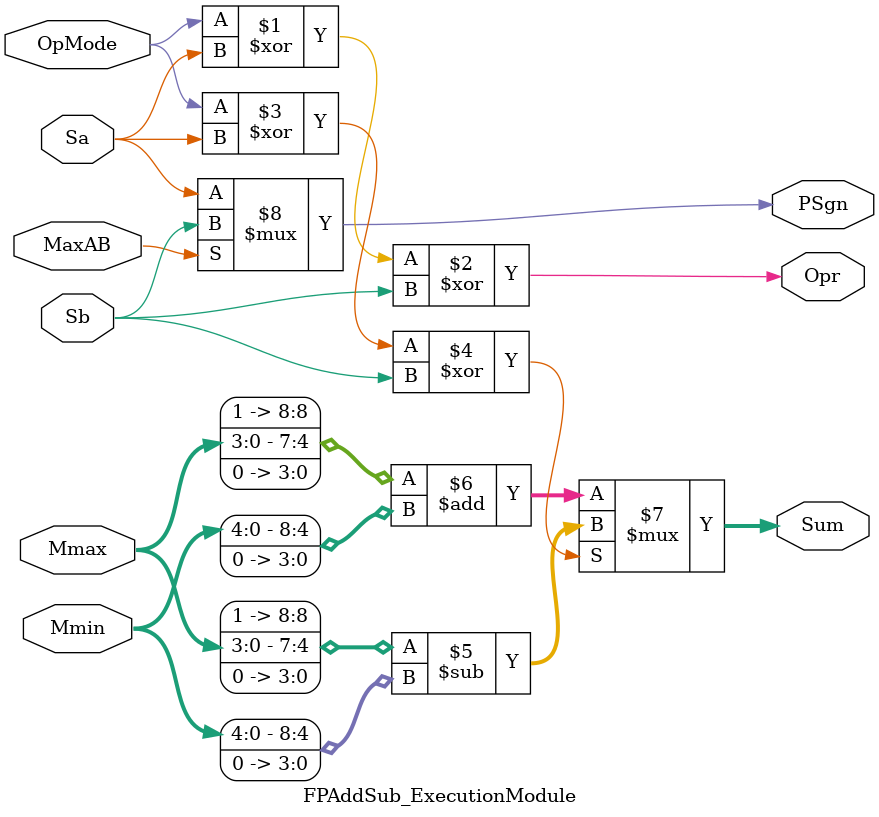
<source format=sv>
`timescale 1ns / 1ps


module FPAddSub_ExecutionModule(

	// Input ports
	input logic [3:0] Mmax,					// The larger mantissa
	input logic [4:0] Mmin,					// The smaller mantissa
	input logic Sa,								// Sign bit of larger number
	input logic Sb,								// Sign bit of smaller number
	input logic MaxAB,							// Indicates the larger number (0/A, 1/B)
	input logic OpMode,							// Operation to be performed (0/Add, 1/Sub)
	
	// Output ports
	output logic [8:0] Sum,					// The result of the operation
	output logic PSgn,							// The sign for the result
	output logic Opr );							// The effective (performed) operation

	assign Opr = (OpMode^Sa^Sb); 		// Resolve sign to determine operation

	// Perform effective operation
	assign Sum = (OpMode^Sa^Sb) ? ({1'b1, Mmax, 4'b0000} - {Mmin, 4'b0000}) : ({1'b1, Mmax, 4'b0000} + {Mmin, 4'b0000}) ;
	
	// Assign result sign
	assign PSgn = (MaxAB ? Sb : Sa) ;

endmodule

</source>
